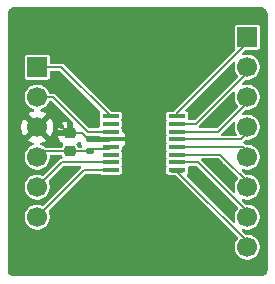
<source format=gtl>
G04 #@! TF.GenerationSoftware,KiCad,Pcbnew,9.0.4*
G04 #@! TF.CreationDate,2025-12-19T23:37:20-05:00*
G04 #@! TF.ProjectId,AD5689RARUZ-RL7_breakboard,41443536-3839-4524-9152-555a2d524c37,rev?*
G04 #@! TF.SameCoordinates,Original*
G04 #@! TF.FileFunction,Copper,L1,Top*
G04 #@! TF.FilePolarity,Positive*
%FSLAX46Y46*%
G04 Gerber Fmt 4.6, Leading zero omitted, Abs format (unit mm)*
G04 Created by KiCad (PCBNEW 9.0.4) date 2025-12-19 23:37:20*
%MOMM*%
%LPD*%
G01*
G04 APERTURE LIST*
G04 Aperture macros list*
%AMRoundRect*
0 Rectangle with rounded corners*
0 $1 Rounding radius*
0 $2 $3 $4 $5 $6 $7 $8 $9 X,Y pos of 4 corners*
0 Add a 4 corners polygon primitive as box body*
4,1,4,$2,$3,$4,$5,$6,$7,$8,$9,$2,$3,0*
0 Add four circle primitives for the rounded corners*
1,1,$1+$1,$2,$3*
1,1,$1+$1,$4,$5*
1,1,$1+$1,$6,$7*
1,1,$1+$1,$8,$9*
0 Add four rect primitives between the rounded corners*
20,1,$1+$1,$2,$3,$4,$5,0*
20,1,$1+$1,$4,$5,$6,$7,0*
20,1,$1+$1,$6,$7,$8,$9,0*
20,1,$1+$1,$8,$9,$2,$3,0*%
G04 Aperture macros list end*
G04 #@! TA.AperFunction,SMDPad,CuDef*
%ADD10RoundRect,0.225000X0.250000X-0.225000X0.250000X0.225000X-0.250000X0.225000X-0.250000X-0.225000X0*%
G04 #@! TD*
G04 #@! TA.AperFunction,ComponentPad*
%ADD11R,1.700000X1.700000*%
G04 #@! TD*
G04 #@! TA.AperFunction,ComponentPad*
%ADD12C,1.700000*%
G04 #@! TD*
G04 #@! TA.AperFunction,SMDPad,CuDef*
%ADD13RoundRect,0.140000X0.170000X-0.140000X0.170000X0.140000X-0.170000X0.140000X-0.170000X-0.140000X0*%
G04 #@! TD*
G04 #@! TA.AperFunction,SMDPad,CuDef*
%ADD14R,1.473200X0.355600*%
G04 #@! TD*
G04 #@! TA.AperFunction,ViaPad*
%ADD15C,0.500000*%
G04 #@! TD*
G04 #@! TA.AperFunction,Conductor*
%ADD16C,0.200000*%
G04 #@! TD*
G04 APERTURE END LIST*
D10*
X138500000Y-74435000D03*
X138500000Y-72885000D03*
D11*
X153530000Y-64770000D03*
D12*
X153530000Y-67310000D03*
X153530000Y-69850000D03*
X153530000Y-72390000D03*
X153530000Y-74930000D03*
X153530000Y-77470000D03*
X153530000Y-80010000D03*
X153530000Y-82550000D03*
D13*
X140250000Y-74385000D03*
X140250000Y-73425000D03*
D11*
X135750000Y-67310000D03*
D12*
X135750000Y-69850000D03*
X135750000Y-72390000D03*
X135750000Y-74930000D03*
X135750000Y-77470000D03*
X135750000Y-80010000D03*
D14*
X141960600Y-71475001D03*
X141960600Y-72124999D03*
X141960600Y-72775001D03*
X141960600Y-73424999D03*
X141960600Y-74074998D03*
X141960600Y-74724999D03*
X141960600Y-75374998D03*
X141960600Y-76024999D03*
X147599400Y-76024999D03*
X147599400Y-75375001D03*
X147599400Y-74724999D03*
X147599400Y-74075001D03*
X147599400Y-73425002D03*
X147599400Y-72775001D03*
X147599400Y-72125002D03*
X147599400Y-71475001D03*
D15*
X151000000Y-71750000D03*
X136000000Y-83000000D03*
X143000000Y-83000000D03*
X143000000Y-64000000D03*
X136000000Y-64000000D03*
X150750000Y-78000000D03*
X151500000Y-76250000D03*
X137799000Y-72263000D03*
X152000000Y-72750000D03*
X150000000Y-83000000D03*
X150000000Y-64000000D03*
X150000000Y-70000000D03*
D16*
X141800599Y-73585000D02*
X140250000Y-73585000D01*
X139550000Y-72885000D02*
X138500000Y-72885000D01*
X135750000Y-72390000D02*
X136140000Y-72390000D01*
X141960600Y-73424999D02*
X141800599Y-73585000D01*
X138750000Y-72885000D02*
X138671000Y-72885000D01*
X138421000Y-72885000D02*
X137799000Y-72263000D01*
X140250000Y-73585000D02*
X139550000Y-72885000D01*
X140250000Y-74225000D02*
X141810598Y-74225000D01*
X136245000Y-74435000D02*
X135750000Y-74930000D01*
X140040000Y-74435000D02*
X140250000Y-74225000D01*
X138750000Y-74435000D02*
X140040000Y-74435000D01*
X138750000Y-74435000D02*
X136245000Y-74435000D01*
X140254997Y-74229997D02*
X140250000Y-74225000D01*
X141810598Y-74225000D02*
X141960600Y-74074998D01*
X137795599Y-67310000D02*
X141960600Y-71475001D01*
X135750000Y-67310000D02*
X137795599Y-67310000D01*
X141960600Y-72775001D02*
X140007101Y-72775001D01*
X140007101Y-72775001D02*
X137082100Y-69850000D01*
X137082100Y-69850000D02*
X135750000Y-69850000D01*
X135750000Y-77470000D02*
X137845002Y-75374998D01*
X137845002Y-75374998D02*
X141960600Y-75374998D01*
X154000000Y-64770000D02*
X147599400Y-71170600D01*
X147599400Y-71170600D02*
X147599400Y-71475001D01*
X154000000Y-82550000D02*
X147599400Y-76149400D01*
X147599400Y-76149400D02*
X147599400Y-76024999D01*
X148019998Y-76179998D02*
X147138800Y-76179998D01*
X149365001Y-75375001D02*
X147599400Y-75375001D01*
X154000000Y-80010000D02*
X149365001Y-75375001D01*
X154000000Y-67310000D02*
X149184998Y-72125002D01*
X149184998Y-72125002D02*
X147599400Y-72125002D01*
X151254999Y-74724999D02*
X147599400Y-74724999D01*
X154000000Y-77470000D02*
X151254999Y-74724999D01*
X135750000Y-80010000D02*
X139735001Y-76024999D01*
X139735001Y-76024999D02*
X141960600Y-76024999D01*
X153690000Y-74230000D02*
X154000000Y-74540000D01*
X153145001Y-74075001D02*
X147599400Y-74075001D01*
X154000000Y-74930000D02*
X153145001Y-74075001D01*
X154000000Y-72390000D02*
X152964998Y-73425002D01*
X152964998Y-73425002D02*
X147599400Y-73425002D01*
X151074999Y-72775001D02*
X147599400Y-72775001D01*
X154000000Y-69850000D02*
X151074999Y-72775001D01*
G04 #@! TA.AperFunction,Conductor*
G36*
X149256207Y-75695186D02*
G01*
X149276849Y-75711820D01*
X152722017Y-79156988D01*
X152755502Y-79218311D01*
X152750518Y-79288003D01*
X152722021Y-79332347D01*
X152714022Y-79340345D01*
X152599058Y-79512402D01*
X152519870Y-79703579D01*
X152519868Y-79703587D01*
X152479500Y-79906530D01*
X152479500Y-80113469D01*
X152521058Y-80322395D01*
X152519276Y-80322749D01*
X152519822Y-80384081D01*
X152482572Y-80443193D01*
X152419277Y-80472782D01*
X152350033Y-80463454D01*
X152312858Y-80437887D01*
X148432594Y-76557623D01*
X148399109Y-76496300D01*
X148404093Y-76426608D01*
X148445965Y-76370675D01*
X148451375Y-76366846D01*
X148480552Y-76347351D01*
X148524867Y-76281030D01*
X148524867Y-76281028D01*
X148524868Y-76281028D01*
X148536499Y-76222551D01*
X148536500Y-76222549D01*
X148536500Y-75827448D01*
X148536499Y-75827446D01*
X148535753Y-75823692D01*
X148535932Y-75821685D01*
X148535903Y-75821386D01*
X148535959Y-75821380D01*
X148541980Y-75754100D01*
X148584843Y-75698923D01*
X148650733Y-75675679D01*
X148657370Y-75675501D01*
X149189168Y-75675501D01*
X149256207Y-75695186D01*
G37*
G04 #@! TD.AperFunction*
G04 #@! TA.AperFunction,Conductor*
G36*
X151146205Y-75045184D02*
G01*
X151166847Y-75061818D01*
X151463681Y-75358652D01*
X151497166Y-75419975D01*
X151500000Y-75446333D01*
X151500000Y-75500000D01*
X151553667Y-75500000D01*
X151620706Y-75519685D01*
X151641348Y-75536319D01*
X152722017Y-76616988D01*
X152755502Y-76678311D01*
X152750518Y-76748003D01*
X152722021Y-76792347D01*
X152714022Y-76800345D01*
X152599058Y-76972402D01*
X152519870Y-77163579D01*
X152519868Y-77163587D01*
X152479500Y-77366530D01*
X152479500Y-77573469D01*
X152521058Y-77782395D01*
X152519276Y-77782749D01*
X152519822Y-77844081D01*
X152482572Y-77903193D01*
X152419277Y-77932782D01*
X152350033Y-77923454D01*
X152312858Y-77897887D01*
X149652151Y-75237180D01*
X149618666Y-75175857D01*
X149623650Y-75106165D01*
X149665522Y-75050232D01*
X149730986Y-75025815D01*
X149739832Y-75025499D01*
X151079166Y-75025499D01*
X151146205Y-75045184D01*
G37*
G04 #@! TD.AperFunction*
G04 #@! TA.AperFunction,Conductor*
G36*
X152413792Y-71931459D02*
G01*
X152443872Y-71933611D01*
X152447975Y-71936682D01*
X152453043Y-71937457D01*
X152475666Y-71957412D01*
X152499806Y-71975483D01*
X152501596Y-71980284D01*
X152505442Y-71983676D01*
X152513684Y-72012691D01*
X152524223Y-72040947D01*
X152523512Y-72047291D01*
X152524534Y-72050887D01*
X152520469Y-72077487D01*
X152521058Y-72077605D01*
X152479500Y-72286530D01*
X152479500Y-72493469D01*
X152519868Y-72696412D01*
X152519870Y-72696420D01*
X152585939Y-72855925D01*
X152599059Y-72887598D01*
X152612836Y-72908217D01*
X152628468Y-72931612D01*
X152649345Y-72998290D01*
X152630860Y-73065670D01*
X152578881Y-73112359D01*
X152525365Y-73124502D01*
X151449831Y-73124502D01*
X151382792Y-73104817D01*
X151337037Y-73052013D01*
X151327093Y-72982855D01*
X151356118Y-72919299D01*
X151362150Y-72912821D01*
X151836789Y-72438182D01*
X152312859Y-71962111D01*
X152317356Y-71959655D01*
X152320166Y-71955368D01*
X152347711Y-71943080D01*
X152374181Y-71928627D01*
X152379292Y-71928992D01*
X152383975Y-71926904D01*
X152413792Y-71931459D01*
G37*
G04 #@! TD.AperFunction*
G04 #@! TA.AperFunction,Conductor*
G36*
X152443873Y-69393610D02*
G01*
X152499806Y-69435482D01*
X152524223Y-69500946D01*
X152520139Y-69537422D01*
X152521058Y-69537605D01*
X152479500Y-69746530D01*
X152479500Y-69953469D01*
X152519868Y-70156412D01*
X152519870Y-70156420D01*
X152599058Y-70347596D01*
X152714024Y-70519657D01*
X152722016Y-70527649D01*
X152755501Y-70588972D01*
X152750517Y-70658664D01*
X152722016Y-70703011D01*
X150986847Y-72438182D01*
X150925524Y-72471667D01*
X150899166Y-72474501D01*
X149559832Y-72474501D01*
X149492793Y-72454816D01*
X149447038Y-72402012D01*
X149437094Y-72332854D01*
X149466119Y-72269298D01*
X149472151Y-72262820D01*
X150160948Y-71574023D01*
X152312860Y-69422109D01*
X152374181Y-69388626D01*
X152443873Y-69393610D01*
G37*
G04 #@! TD.AperFunction*
G04 #@! TA.AperFunction,Conductor*
G36*
X152443873Y-66853611D02*
G01*
X152499806Y-66895483D01*
X152524223Y-66960947D01*
X152520138Y-66997422D01*
X152521058Y-66997605D01*
X152479500Y-67206530D01*
X152479500Y-67413469D01*
X152519868Y-67616412D01*
X152519870Y-67616420D01*
X152599058Y-67807596D01*
X152714024Y-67979657D01*
X152722016Y-67987649D01*
X152755501Y-68048972D01*
X152750517Y-68118664D01*
X152722016Y-68163011D01*
X149096846Y-71788183D01*
X149035523Y-71821668D01*
X149009165Y-71824502D01*
X148657369Y-71824502D01*
X148590330Y-71804817D01*
X148544575Y-71752013D01*
X148534631Y-71682855D01*
X148535753Y-71676306D01*
X148536500Y-71672551D01*
X148536500Y-71277450D01*
X148536499Y-71277448D01*
X148524868Y-71218971D01*
X148524867Y-71218970D01*
X148480552Y-71152648D01*
X148414230Y-71108333D01*
X148368517Y-71099240D01*
X148306606Y-71066855D01*
X148272032Y-71006139D01*
X148275773Y-70936369D01*
X148305026Y-70889944D01*
X152312860Y-66882110D01*
X152374181Y-66848627D01*
X152443873Y-66853611D01*
G37*
G04 #@! TD.AperFunction*
G04 #@! TA.AperFunction,Conductor*
G36*
X136973306Y-70170185D02*
G01*
X136993948Y-70186819D01*
X138713681Y-71906552D01*
X138747166Y-71967875D01*
X138750000Y-71994233D01*
X138750000Y-72761000D01*
X138730315Y-72828039D01*
X138677511Y-72873794D01*
X138626000Y-72885000D01*
X138500000Y-72885000D01*
X138500000Y-73011000D01*
X138480315Y-73078039D01*
X138427511Y-73123794D01*
X138376000Y-73135000D01*
X137525001Y-73135000D01*
X137525001Y-73158322D01*
X137535144Y-73257607D01*
X137588452Y-73418481D01*
X137588457Y-73418492D01*
X137677424Y-73562728D01*
X137677427Y-73562732D01*
X137797266Y-73682571D01*
X137897840Y-73744606D01*
X137944564Y-73796554D01*
X137955787Y-73865517D01*
X137938604Y-73914716D01*
X137930890Y-73927361D01*
X137901472Y-73956780D01*
X137843262Y-74071022D01*
X137840793Y-74075071D01*
X137818304Y-74095501D01*
X137797442Y-74117591D01*
X137792527Y-74118920D01*
X137789078Y-74122054D01*
X137767646Y-74125650D01*
X137734932Y-74134500D01*
X136487916Y-74134500D01*
X136420877Y-74114815D01*
X136419026Y-74113602D01*
X136247600Y-73999059D01*
X136099769Y-73937826D01*
X136082890Y-73930834D01*
X136028488Y-73886994D01*
X136006423Y-73820700D01*
X136023702Y-73753001D01*
X136074839Y-73705390D01*
X136092026Y-73698343D01*
X136268217Y-73641095D01*
X136457554Y-73544622D01*
X136511716Y-73505270D01*
X136511717Y-73505270D01*
X135879408Y-72872962D01*
X135942993Y-72855925D01*
X136057007Y-72790099D01*
X136150099Y-72697007D01*
X136215925Y-72582993D01*
X136232962Y-72519408D01*
X136865270Y-73151717D01*
X136865270Y-73151716D01*
X136904622Y-73097554D01*
X137001095Y-72908217D01*
X137066757Y-72706130D01*
X137066757Y-72706127D01*
X137081718Y-72611677D01*
X137525000Y-72611677D01*
X137525000Y-72635000D01*
X138250000Y-72635000D01*
X138250000Y-71935000D01*
X138249999Y-71934999D01*
X138201693Y-71935000D01*
X138201675Y-71935001D01*
X138102392Y-71945144D01*
X137941518Y-71998452D01*
X137941507Y-71998457D01*
X137797271Y-72087424D01*
X137797267Y-72087427D01*
X137677427Y-72207267D01*
X137677424Y-72207271D01*
X137588457Y-72351507D01*
X137588452Y-72351518D01*
X137535144Y-72512393D01*
X137525000Y-72611677D01*
X137081718Y-72611677D01*
X137085289Y-72589130D01*
X137085289Y-72589129D01*
X137100000Y-72496247D01*
X137100000Y-72283753D01*
X137066757Y-72073872D01*
X137066757Y-72073869D01*
X137001095Y-71871782D01*
X136904624Y-71682449D01*
X136865270Y-71628282D01*
X136865269Y-71628282D01*
X136232962Y-72260590D01*
X136215925Y-72197007D01*
X136150099Y-72082993D01*
X136057007Y-71989901D01*
X135942993Y-71924075D01*
X135879409Y-71907037D01*
X136511716Y-71274728D01*
X136457550Y-71235375D01*
X136268216Y-71138904D01*
X136092026Y-71081656D01*
X136034350Y-71042218D01*
X136007152Y-70977860D01*
X136019067Y-70909013D01*
X136066311Y-70857538D01*
X136082882Y-70849168D01*
X136247598Y-70780941D01*
X136419655Y-70665977D01*
X136565977Y-70519655D01*
X136680941Y-70347598D01*
X136730875Y-70227046D01*
X136743418Y-70211481D01*
X136751723Y-70193297D01*
X136764893Y-70184832D01*
X136774716Y-70172644D01*
X136793683Y-70166331D01*
X136810501Y-70155523D01*
X136838061Y-70151560D01*
X136841010Y-70150579D01*
X136845436Y-70150500D01*
X136906267Y-70150500D01*
X136973306Y-70170185D01*
G37*
G04 #@! TD.AperFunction*
G04 #@! TA.AperFunction,Conductor*
G36*
X154756922Y-62251280D02*
G01*
X154847266Y-62261459D01*
X154874331Y-62267636D01*
X154953540Y-62295352D01*
X154978553Y-62307398D01*
X155049606Y-62352043D01*
X155071313Y-62369355D01*
X155130644Y-62428686D01*
X155147957Y-62450395D01*
X155192600Y-62521444D01*
X155204648Y-62546462D01*
X155232362Y-62625666D01*
X155238540Y-62652735D01*
X155248720Y-62743076D01*
X155249500Y-62756961D01*
X155249500Y-84493038D01*
X155248720Y-84506922D01*
X155248720Y-84506923D01*
X155238540Y-84597264D01*
X155232362Y-84624333D01*
X155204648Y-84703537D01*
X155192600Y-84728555D01*
X155147957Y-84799604D01*
X155130644Y-84821313D01*
X155071313Y-84880644D01*
X155049604Y-84897957D01*
X154978555Y-84942600D01*
X154953537Y-84954648D01*
X154874333Y-84982362D01*
X154847264Y-84988540D01*
X154767075Y-84997576D01*
X154756921Y-84998720D01*
X154743038Y-84999500D01*
X133756962Y-84999500D01*
X133743078Y-84998720D01*
X133730553Y-84997308D01*
X133652735Y-84988540D01*
X133625666Y-84982362D01*
X133546462Y-84954648D01*
X133521444Y-84942600D01*
X133450395Y-84897957D01*
X133428686Y-84880644D01*
X133369355Y-84821313D01*
X133352042Y-84799604D01*
X133307399Y-84728555D01*
X133295351Y-84703537D01*
X133267637Y-84624333D01*
X133261459Y-84597263D01*
X133251280Y-84506922D01*
X133250500Y-84493038D01*
X133250500Y-72283753D01*
X134400000Y-72283753D01*
X134400000Y-72496246D01*
X134433242Y-72706127D01*
X134433242Y-72706130D01*
X134498904Y-72908217D01*
X134595375Y-73097550D01*
X134634728Y-73151716D01*
X135267037Y-72519408D01*
X135284075Y-72582993D01*
X135349901Y-72697007D01*
X135442993Y-72790099D01*
X135557007Y-72855925D01*
X135620590Y-72872962D01*
X134988282Y-73505269D01*
X134988282Y-73505270D01*
X135042449Y-73544624D01*
X135231782Y-73641095D01*
X135407973Y-73698343D01*
X135465648Y-73737780D01*
X135492847Y-73802139D01*
X135480932Y-73870985D01*
X135433688Y-73922461D01*
X135417108Y-73930835D01*
X135252403Y-73999057D01*
X135080342Y-74114024D01*
X134934024Y-74260342D01*
X134819058Y-74432403D01*
X134739870Y-74623579D01*
X134739868Y-74623587D01*
X134699500Y-74826530D01*
X134699500Y-75033469D01*
X134739868Y-75236412D01*
X134739870Y-75236420D01*
X134819059Y-75427598D01*
X134867436Y-75500000D01*
X134934024Y-75599657D01*
X135080342Y-75745975D01*
X135080345Y-75745977D01*
X135252402Y-75860941D01*
X135443580Y-75940130D01*
X135646530Y-75980499D01*
X135646534Y-75980500D01*
X135646535Y-75980500D01*
X135853466Y-75980500D01*
X135853467Y-75980499D01*
X136056420Y-75940130D01*
X136247598Y-75860941D01*
X136419655Y-75745977D01*
X136565977Y-75599655D01*
X136680941Y-75427598D01*
X136760130Y-75236420D01*
X136800500Y-75033465D01*
X136800500Y-74859500D01*
X136820185Y-74792461D01*
X136872989Y-74746706D01*
X136924500Y-74735500D01*
X137734932Y-74735500D01*
X137749534Y-74739787D01*
X137764739Y-74739136D01*
X137782377Y-74749431D01*
X137801971Y-74755185D01*
X137812867Y-74767229D01*
X137825081Y-74774358D01*
X137845415Y-74803202D01*
X137892789Y-74896178D01*
X137905685Y-74964847D01*
X137879409Y-75029588D01*
X137822302Y-75069845D01*
X137813179Y-75071982D01*
X137813290Y-75072395D01*
X137805441Y-75074498D01*
X137805440Y-75074498D01*
X137774958Y-75082665D01*
X137729011Y-75094977D01*
X137729010Y-75094978D01*
X137704804Y-75108954D01*
X137695179Y-75114511D01*
X137687463Y-75118966D01*
X137660491Y-75134537D01*
X137660489Y-75134539D01*
X136312104Y-76482923D01*
X136250781Y-76516408D01*
X136181089Y-76511424D01*
X136176971Y-76509803D01*
X136056424Y-76459871D01*
X136056412Y-76459868D01*
X135853469Y-76419500D01*
X135853465Y-76419500D01*
X135646535Y-76419500D01*
X135646530Y-76419500D01*
X135443587Y-76459868D01*
X135443579Y-76459870D01*
X135252403Y-76539058D01*
X135080342Y-76654024D01*
X134934024Y-76800342D01*
X134819058Y-76972403D01*
X134739870Y-77163579D01*
X134739868Y-77163587D01*
X134699500Y-77366530D01*
X134699500Y-77573469D01*
X134739868Y-77776412D01*
X134739870Y-77776420D01*
X134819058Y-77967596D01*
X134934024Y-78139657D01*
X135080342Y-78285975D01*
X135080345Y-78285977D01*
X135252402Y-78400941D01*
X135443580Y-78480130D01*
X135646530Y-78520499D01*
X135646534Y-78520500D01*
X135646535Y-78520500D01*
X135853466Y-78520500D01*
X135853467Y-78520499D01*
X136056420Y-78480130D01*
X136247598Y-78400941D01*
X136419655Y-78285977D01*
X136565977Y-78139655D01*
X136680941Y-77967598D01*
X136760130Y-77776420D01*
X136800500Y-77573465D01*
X136800500Y-77366535D01*
X136760130Y-77163580D01*
X136710194Y-77043026D01*
X136702726Y-76973559D01*
X136734001Y-76911080D01*
X136737046Y-76907923D01*
X137933154Y-75711817D01*
X137994477Y-75678332D01*
X138020835Y-75675498D01*
X139360169Y-75675498D01*
X139427208Y-75695183D01*
X139472963Y-75747987D01*
X139482907Y-75817145D01*
X139453882Y-75880701D01*
X139447850Y-75887179D01*
X136312104Y-79022923D01*
X136250781Y-79056408D01*
X136181089Y-79051424D01*
X136176971Y-79049803D01*
X136056424Y-78999871D01*
X136056412Y-78999868D01*
X135853469Y-78959500D01*
X135853465Y-78959500D01*
X135646535Y-78959500D01*
X135646530Y-78959500D01*
X135443587Y-78999868D01*
X135443579Y-78999870D01*
X135252403Y-79079058D01*
X135080342Y-79194024D01*
X134934024Y-79340342D01*
X134819058Y-79512403D01*
X134739870Y-79703579D01*
X134739868Y-79703587D01*
X134699500Y-79906530D01*
X134699500Y-80113469D01*
X134739868Y-80316412D01*
X134739870Y-80316420D01*
X134819058Y-80507596D01*
X134934024Y-80679657D01*
X135080342Y-80825975D01*
X135080345Y-80825977D01*
X135252402Y-80940941D01*
X135443580Y-81020130D01*
X135646530Y-81060499D01*
X135646534Y-81060500D01*
X135646535Y-81060500D01*
X135853466Y-81060500D01*
X135853467Y-81060499D01*
X136056420Y-81020130D01*
X136247598Y-80940941D01*
X136419655Y-80825977D01*
X136565977Y-80679655D01*
X136680941Y-80507598D01*
X136760130Y-80316420D01*
X136800500Y-80113465D01*
X136800500Y-79906535D01*
X136760130Y-79703580D01*
X136710194Y-79583026D01*
X136702726Y-79513559D01*
X136734001Y-79451080D01*
X136737047Y-79447922D01*
X139823153Y-76361818D01*
X139884476Y-76328333D01*
X139910834Y-76325499D01*
X141009129Y-76325499D01*
X141076168Y-76345184D01*
X141078021Y-76346397D01*
X141079447Y-76347350D01*
X141079448Y-76347351D01*
X141145769Y-76391666D01*
X141145771Y-76391666D01*
X141145772Y-76391667D01*
X141145770Y-76391667D01*
X141204247Y-76403298D01*
X141204250Y-76403299D01*
X141204252Y-76403299D01*
X142716950Y-76403299D01*
X142716951Y-76403298D01*
X142734463Y-76399815D01*
X142775429Y-76391667D01*
X142775429Y-76391666D01*
X142775431Y-76391666D01*
X142841752Y-76347351D01*
X142886067Y-76281030D01*
X142886067Y-76281028D01*
X142886068Y-76281028D01*
X142897699Y-76222551D01*
X142897700Y-76222549D01*
X142897700Y-75827448D01*
X142897699Y-75827446D01*
X142886068Y-75768970D01*
X142886016Y-75768892D01*
X142885954Y-75768695D01*
X142881394Y-75757686D01*
X142882378Y-75757277D01*
X142865136Y-75702216D01*
X142881549Y-75642375D01*
X142881394Y-75642311D01*
X142881907Y-75641071D01*
X142883618Y-75634835D01*
X142885988Y-75631147D01*
X142886067Y-75631029D01*
X142897700Y-75572546D01*
X142897700Y-75177450D01*
X142897700Y-75177448D01*
X142897700Y-75177447D01*
X142897699Y-75177445D01*
X142886068Y-75118968D01*
X142886067Y-75118966D01*
X142886016Y-75118890D01*
X142885955Y-75118697D01*
X142881394Y-75107685D01*
X142882379Y-75107276D01*
X142865137Y-75052213D01*
X142881551Y-74992377D01*
X142881394Y-74992312D01*
X142881913Y-74991058D01*
X142883621Y-74984833D01*
X142886005Y-74981122D01*
X142886067Y-74981030D01*
X142897700Y-74922547D01*
X142897700Y-74527451D01*
X142897700Y-74527448D01*
X142897699Y-74527446D01*
X142886068Y-74468970D01*
X142886016Y-74468892D01*
X142885954Y-74468695D01*
X142881394Y-74457686D01*
X142882378Y-74457277D01*
X142865136Y-74402216D01*
X142881549Y-74342375D01*
X142881394Y-74342311D01*
X142881907Y-74341071D01*
X142883618Y-74334835D01*
X142885988Y-74331147D01*
X142886067Y-74331029D01*
X142897700Y-74272546D01*
X142897700Y-74139355D01*
X142917385Y-74072316D01*
X142947389Y-74040089D01*
X143054387Y-73959989D01*
X143054390Y-73959986D01*
X143140550Y-73844892D01*
X143140554Y-73844885D01*
X143190796Y-73710178D01*
X143190798Y-73710171D01*
X143197199Y-73650643D01*
X143197200Y-73650626D01*
X143197200Y-73602799D01*
X141190000Y-73602799D01*
X141154118Y-73638681D01*
X141092795Y-73672166D01*
X141066437Y-73675000D01*
X140374000Y-73675000D01*
X140306961Y-73655315D01*
X140261206Y-73602511D01*
X140250000Y-73551000D01*
X140250000Y-73299000D01*
X140269685Y-73231961D01*
X140322489Y-73186206D01*
X140374000Y-73175000D01*
X141066439Y-73175000D01*
X141133478Y-73194685D01*
X141154120Y-73211319D01*
X141190000Y-73247199D01*
X143197200Y-73247199D01*
X143197200Y-73199371D01*
X143197199Y-73199354D01*
X143190798Y-73139826D01*
X143190796Y-73139819D01*
X143140554Y-73005112D01*
X143140550Y-73005105D01*
X143054390Y-72890011D01*
X142947388Y-72809908D01*
X142905518Y-72753974D01*
X142897700Y-72710642D01*
X142897700Y-72577450D01*
X142897699Y-72577448D01*
X142886068Y-72518972D01*
X142886016Y-72518894D01*
X142885954Y-72518697D01*
X142881394Y-72507688D01*
X142882378Y-72507279D01*
X142865136Y-72452218D01*
X142881549Y-72392376D01*
X142881394Y-72392312D01*
X142881908Y-72391070D01*
X142883618Y-72384837D01*
X142886016Y-72381106D01*
X142886067Y-72381030D01*
X142891940Y-72351507D01*
X142895650Y-72332854D01*
X142897700Y-72322547D01*
X142897700Y-71927451D01*
X142897700Y-71927449D01*
X142897700Y-71927448D01*
X142897699Y-71927446D01*
X142886068Y-71868970D01*
X142886067Y-71868968D01*
X142886018Y-71868895D01*
X142885960Y-71868709D01*
X142881394Y-71857686D01*
X142882379Y-71857277D01*
X142865137Y-71802221D01*
X142881550Y-71742378D01*
X142881394Y-71742314D01*
X142881908Y-71741072D01*
X142883618Y-71734839D01*
X142886015Y-71731110D01*
X142886067Y-71731032D01*
X142888194Y-71720342D01*
X142897699Y-71672553D01*
X142897700Y-71672551D01*
X142897700Y-71277450D01*
X142897699Y-71277448D01*
X146662300Y-71277448D01*
X146662300Y-71672553D01*
X146673931Y-71731030D01*
X146673932Y-71731032D01*
X146673984Y-71731109D01*
X146674044Y-71731301D01*
X146678606Y-71742314D01*
X146677620Y-71742722D01*
X146694863Y-71797786D01*
X146678448Y-71857623D01*
X146678606Y-71857689D01*
X146678085Y-71858946D01*
X146676379Y-71865166D01*
X146673987Y-71868888D01*
X146673934Y-71868966D01*
X146673931Y-71868972D01*
X146662300Y-71927449D01*
X146662300Y-72322554D01*
X146673931Y-72381031D01*
X146673985Y-72381111D01*
X146674047Y-72381309D01*
X146678606Y-72392315D01*
X146677620Y-72392723D01*
X146694862Y-72447789D01*
X146678447Y-72507622D01*
X146678606Y-72507688D01*
X146678082Y-72508950D01*
X146676377Y-72515169D01*
X146673988Y-72518886D01*
X146673933Y-72518967D01*
X146673931Y-72518971D01*
X146662300Y-72577448D01*
X146662300Y-72972553D01*
X146673931Y-73031030D01*
X146673932Y-73031032D01*
X146673984Y-73031109D01*
X146674044Y-73031301D01*
X146678606Y-73042314D01*
X146677620Y-73042722D01*
X146694863Y-73097786D01*
X146678448Y-73157623D01*
X146678606Y-73157689D01*
X146678085Y-73158946D01*
X146676379Y-73165166D01*
X146673987Y-73168888D01*
X146673934Y-73168966D01*
X146673931Y-73168972D01*
X146662300Y-73227449D01*
X146662300Y-73622554D01*
X146673931Y-73681031D01*
X146673985Y-73681111D01*
X146674047Y-73681309D01*
X146678606Y-73692315D01*
X146677620Y-73692723D01*
X146694862Y-73747789D01*
X146678447Y-73807622D01*
X146678606Y-73807688D01*
X146678082Y-73808950D01*
X146676377Y-73815169D01*
X146673988Y-73818886D01*
X146673933Y-73818967D01*
X146673931Y-73818971D01*
X146662300Y-73877448D01*
X146662300Y-74272553D01*
X146673931Y-74331030D01*
X146673985Y-74331110D01*
X146674047Y-74331308D01*
X146678606Y-74342314D01*
X146677620Y-74342722D01*
X146694862Y-74397788D01*
X146678447Y-74457620D01*
X146678606Y-74457686D01*
X146678083Y-74458946D01*
X146676377Y-74465168D01*
X146673985Y-74468890D01*
X146673932Y-74468969D01*
X146673931Y-74468969D01*
X146662300Y-74527446D01*
X146662300Y-74922551D01*
X146673931Y-74981028D01*
X146673934Y-74981034D01*
X146673987Y-74981113D01*
X146674048Y-74981310D01*
X146678606Y-74992312D01*
X146677621Y-74992720D01*
X146694863Y-75047791D01*
X146678446Y-75107622D01*
X146678606Y-75107688D01*
X146678081Y-75108954D01*
X146676376Y-75115170D01*
X146673987Y-75118887D01*
X146673934Y-75118965D01*
X146673931Y-75118971D01*
X146662300Y-75177448D01*
X146662300Y-75572553D01*
X146673931Y-75631030D01*
X146673985Y-75631110D01*
X146674047Y-75631308D01*
X146678606Y-75642314D01*
X146677620Y-75642722D01*
X146694862Y-75697788D01*
X146678447Y-75757620D01*
X146678606Y-75757686D01*
X146678083Y-75758946D01*
X146676377Y-75765168D01*
X146673985Y-75768890D01*
X146673932Y-75768969D01*
X146673931Y-75768969D01*
X146662300Y-75827446D01*
X146662300Y-76222551D01*
X146673931Y-76281028D01*
X146673932Y-76281029D01*
X146718247Y-76347351D01*
X146784569Y-76391666D01*
X146784570Y-76391667D01*
X146843047Y-76403298D01*
X146843050Y-76403299D01*
X146843052Y-76403299D01*
X146891343Y-76403299D01*
X146953343Y-76419912D01*
X146954289Y-76420458D01*
X147022811Y-76460019D01*
X147099238Y-76480498D01*
X147454165Y-76480498D01*
X147521204Y-76500183D01*
X147541846Y-76516817D01*
X152722017Y-81696988D01*
X152755502Y-81758311D01*
X152750518Y-81828003D01*
X152722021Y-81872347D01*
X152714022Y-81880345D01*
X152599058Y-82052402D01*
X152519870Y-82243579D01*
X152519868Y-82243587D01*
X152479500Y-82446530D01*
X152479500Y-82653469D01*
X152519868Y-82856412D01*
X152519870Y-82856420D01*
X152599058Y-83047596D01*
X152714024Y-83219657D01*
X152860342Y-83365975D01*
X152860345Y-83365977D01*
X153032402Y-83480941D01*
X153223580Y-83560130D01*
X153426530Y-83600499D01*
X153426534Y-83600500D01*
X153426535Y-83600500D01*
X153633466Y-83600500D01*
X153633467Y-83600499D01*
X153836420Y-83560130D01*
X154027598Y-83480941D01*
X154199655Y-83365977D01*
X154345977Y-83219655D01*
X154460941Y-83047598D01*
X154540130Y-82856420D01*
X154580500Y-82653465D01*
X154580500Y-82446535D01*
X154540130Y-82243580D01*
X154460941Y-82052402D01*
X154345977Y-81880345D01*
X154345975Y-81880342D01*
X154199657Y-81734024D01*
X154113626Y-81676541D01*
X154027598Y-81619059D01*
X153836420Y-81539870D01*
X153836412Y-81539868D01*
X153633469Y-81499500D01*
X153633465Y-81499500D01*
X153426535Y-81499500D01*
X153425833Y-81499500D01*
X153358794Y-81479815D01*
X153338152Y-81463181D01*
X153102112Y-81227141D01*
X153068627Y-81165818D01*
X153073611Y-81096126D01*
X153115483Y-81040193D01*
X153180947Y-81015776D01*
X153217421Y-81019865D01*
X153217605Y-81018942D01*
X153426530Y-81060499D01*
X153426534Y-81060500D01*
X153426535Y-81060500D01*
X153633466Y-81060500D01*
X153633467Y-81060499D01*
X153836420Y-81020130D01*
X154027598Y-80940941D01*
X154199655Y-80825977D01*
X154345977Y-80679655D01*
X154460941Y-80507598D01*
X154540130Y-80316420D01*
X154580500Y-80113465D01*
X154580500Y-79906535D01*
X154540130Y-79703580D01*
X154460941Y-79512402D01*
X154345977Y-79340345D01*
X154345975Y-79340342D01*
X154199657Y-79194024D01*
X154032616Y-79082412D01*
X154027598Y-79079059D01*
X153836420Y-78999870D01*
X153836412Y-78999868D01*
X153633469Y-78959500D01*
X153633465Y-78959500D01*
X153426535Y-78959500D01*
X153425833Y-78959500D01*
X153358794Y-78939815D01*
X153338152Y-78923181D01*
X153102112Y-78687141D01*
X153068627Y-78625818D01*
X153073611Y-78556126D01*
X153115483Y-78500193D01*
X153180947Y-78475776D01*
X153217421Y-78479865D01*
X153217605Y-78478942D01*
X153426530Y-78520499D01*
X153426534Y-78520500D01*
X153426535Y-78520500D01*
X153633466Y-78520500D01*
X153633467Y-78520499D01*
X153836420Y-78480130D01*
X154027598Y-78400941D01*
X154199655Y-78285977D01*
X154345977Y-78139655D01*
X154460941Y-77967598D01*
X154540130Y-77776420D01*
X154580500Y-77573465D01*
X154580500Y-77366535D01*
X154540130Y-77163580D01*
X154460941Y-76972402D01*
X154345977Y-76800345D01*
X154345975Y-76800342D01*
X154199657Y-76654024D01*
X154032616Y-76542412D01*
X154027598Y-76539059D01*
X153973901Y-76516817D01*
X153836420Y-76459870D01*
X153836412Y-76459868D01*
X153633469Y-76419500D01*
X153633465Y-76419500D01*
X153426535Y-76419500D01*
X153425833Y-76419500D01*
X153358794Y-76399815D01*
X153338152Y-76383181D01*
X153102112Y-76147141D01*
X153068627Y-76085818D01*
X153073611Y-76016126D01*
X153115483Y-75960193D01*
X153180947Y-75935776D01*
X153217421Y-75939865D01*
X153217605Y-75938942D01*
X153426530Y-75980499D01*
X153426534Y-75980500D01*
X153426535Y-75980500D01*
X153633466Y-75980500D01*
X153633467Y-75980499D01*
X153836420Y-75940130D01*
X154027598Y-75860941D01*
X154199655Y-75745977D01*
X154345977Y-75599655D01*
X154460941Y-75427598D01*
X154540130Y-75236420D01*
X154580500Y-75033465D01*
X154580500Y-74826535D01*
X154540130Y-74623580D01*
X154460941Y-74432402D01*
X154345977Y-74260345D01*
X154345975Y-74260342D01*
X154199657Y-74114024D01*
X154089004Y-74040089D01*
X154027598Y-73999059D01*
X154027593Y-73999057D01*
X153836420Y-73919870D01*
X153836412Y-73919868D01*
X153633469Y-73879500D01*
X153633465Y-73879500D01*
X153426535Y-73879500D01*
X153425833Y-73879500D01*
X153358872Y-73859866D01*
X153347613Y-73852642D01*
X153329512Y-73834541D01*
X153302537Y-73818967D01*
X153260990Y-73794980D01*
X153255410Y-73793484D01*
X153242521Y-73785215D01*
X153226569Y-73766833D01*
X153207622Y-73751563D01*
X153204080Y-73740919D01*
X153196726Y-73732445D01*
X153193244Y-73708355D01*
X153185561Y-73685267D01*
X153188335Y-73674397D01*
X153186731Y-73663294D01*
X153196824Y-73641149D01*
X153202844Y-73617569D01*
X153214282Y-73602845D01*
X153215708Y-73599717D01*
X153217717Y-73598423D01*
X153221790Y-73593180D01*
X153338153Y-73476816D01*
X153399474Y-73443334D01*
X153425832Y-73440500D01*
X153633466Y-73440500D01*
X153633467Y-73440499D01*
X153836420Y-73400130D01*
X154027598Y-73320941D01*
X154199655Y-73205977D01*
X154345977Y-73059655D01*
X154460941Y-72887598D01*
X154540130Y-72696420D01*
X154580500Y-72493465D01*
X154580500Y-72286535D01*
X154540130Y-72083580D01*
X154460941Y-71892402D01*
X154345977Y-71720345D01*
X154345975Y-71720342D01*
X154199657Y-71574024D01*
X154113626Y-71516541D01*
X154027598Y-71459059D01*
X153836420Y-71379870D01*
X153836412Y-71379868D01*
X153633469Y-71339500D01*
X153633465Y-71339500D01*
X153426535Y-71339500D01*
X153426530Y-71339500D01*
X153217605Y-71381058D01*
X153217251Y-71379280D01*
X153155899Y-71379817D01*
X153096793Y-71342558D01*
X153067213Y-71279258D01*
X153076552Y-71210016D01*
X153102108Y-71172861D01*
X153338151Y-70936818D01*
X153399474Y-70903334D01*
X153425832Y-70900500D01*
X153633466Y-70900500D01*
X153633467Y-70900499D01*
X153836420Y-70860130D01*
X154027598Y-70780941D01*
X154199655Y-70665977D01*
X154345977Y-70519655D01*
X154460941Y-70347598D01*
X154540130Y-70156420D01*
X154580500Y-69953465D01*
X154580500Y-69746535D01*
X154540130Y-69543580D01*
X154460941Y-69352402D01*
X154345977Y-69180345D01*
X154345975Y-69180342D01*
X154199657Y-69034024D01*
X154113626Y-68976541D01*
X154027598Y-68919059D01*
X153836420Y-68839870D01*
X153836412Y-68839868D01*
X153633469Y-68799500D01*
X153633465Y-68799500D01*
X153426535Y-68799500D01*
X153426530Y-68799500D01*
X153217605Y-68841058D01*
X153217251Y-68839280D01*
X153155899Y-68839817D01*
X153096793Y-68802558D01*
X153067213Y-68739258D01*
X153076552Y-68670016D01*
X153102108Y-68632861D01*
X153338151Y-68396818D01*
X153399474Y-68363334D01*
X153425832Y-68360500D01*
X153633466Y-68360500D01*
X153633467Y-68360499D01*
X153836420Y-68320130D01*
X154027598Y-68240941D01*
X154199655Y-68125977D01*
X154345977Y-67979655D01*
X154460941Y-67807598D01*
X154540130Y-67616420D01*
X154580500Y-67413465D01*
X154580500Y-67206535D01*
X154540130Y-67003580D01*
X154460941Y-66812402D01*
X154345977Y-66640345D01*
X154345975Y-66640342D01*
X154199657Y-66494024D01*
X154031655Y-66381770D01*
X154027598Y-66379059D01*
X153836420Y-66299870D01*
X153836412Y-66299868D01*
X153633469Y-66259500D01*
X153633465Y-66259500D01*
X153426535Y-66259500D01*
X153426530Y-66259500D01*
X153217605Y-66301058D01*
X153217250Y-66299278D01*
X153155909Y-66299820D01*
X153096800Y-66262565D01*
X153067216Y-66199268D01*
X153076549Y-66130024D01*
X153102109Y-66092861D01*
X153338152Y-65856819D01*
X153399475Y-65823334D01*
X153425833Y-65820500D01*
X154399750Y-65820500D01*
X154399751Y-65820499D01*
X154414568Y-65817552D01*
X154458229Y-65808868D01*
X154458229Y-65808867D01*
X154458231Y-65808867D01*
X154524552Y-65764552D01*
X154568867Y-65698231D01*
X154568867Y-65698229D01*
X154568868Y-65698229D01*
X154580499Y-65639752D01*
X154580500Y-65639750D01*
X154580500Y-63900249D01*
X154580499Y-63900247D01*
X154568868Y-63841770D01*
X154568867Y-63841769D01*
X154524552Y-63775447D01*
X154458230Y-63731132D01*
X154458229Y-63731131D01*
X154399752Y-63719500D01*
X154399748Y-63719500D01*
X152660252Y-63719500D01*
X152660247Y-63719500D01*
X152601770Y-63731131D01*
X152601769Y-63731132D01*
X152535447Y-63775447D01*
X152491132Y-63841769D01*
X152491131Y-63841770D01*
X152479500Y-63900247D01*
X152479500Y-65639752D01*
X152491131Y-65698229D01*
X152491133Y-65698232D01*
X152496947Y-65706934D01*
X152517823Y-65773613D01*
X152499336Y-65840992D01*
X152481524Y-65863503D01*
X147419842Y-70925186D01*
X147419838Y-70925190D01*
X147414889Y-70930140D01*
X147358940Y-70986089D01*
X147326249Y-71042710D01*
X147320486Y-71049948D01*
X147299168Y-71064931D01*
X147280308Y-71082916D01*
X147270039Y-71085407D01*
X147263325Y-71090127D01*
X147247955Y-71090764D01*
X147223487Y-71096701D01*
X146843047Y-71096701D01*
X146784570Y-71108332D01*
X146784569Y-71108333D01*
X146718247Y-71152648D01*
X146673932Y-71218970D01*
X146673931Y-71218971D01*
X146662300Y-71277448D01*
X142897699Y-71277448D01*
X142886068Y-71218971D01*
X142886067Y-71218970D01*
X142841752Y-71152648D01*
X142775430Y-71108333D01*
X142775429Y-71108332D01*
X142716952Y-71096701D01*
X142716948Y-71096701D01*
X142058633Y-71096701D01*
X141991594Y-71077016D01*
X141970952Y-71060382D01*
X137980111Y-67069541D01*
X137980103Y-67069535D01*
X137911594Y-67029982D01*
X137911589Y-67029979D01*
X137886112Y-67023152D01*
X137835161Y-67009500D01*
X137835159Y-67009500D01*
X136924500Y-67009500D01*
X136857461Y-66989815D01*
X136811706Y-66937011D01*
X136800500Y-66885500D01*
X136800500Y-66440249D01*
X136800499Y-66440247D01*
X136788868Y-66381770D01*
X136788867Y-66381769D01*
X136744552Y-66315447D01*
X136678230Y-66271132D01*
X136678229Y-66271131D01*
X136619752Y-66259500D01*
X136619748Y-66259500D01*
X134880252Y-66259500D01*
X134880247Y-66259500D01*
X134821770Y-66271131D01*
X134821769Y-66271132D01*
X134755447Y-66315447D01*
X134711132Y-66381769D01*
X134711131Y-66381770D01*
X134699500Y-66440247D01*
X134699500Y-68179752D01*
X134711131Y-68238229D01*
X134711132Y-68238230D01*
X134755447Y-68304552D01*
X134821769Y-68348867D01*
X134821770Y-68348868D01*
X134880247Y-68360499D01*
X134880250Y-68360500D01*
X134880252Y-68360500D01*
X136619750Y-68360500D01*
X136619751Y-68360499D01*
X136634568Y-68357552D01*
X136678229Y-68348868D01*
X136678229Y-68348867D01*
X136678231Y-68348867D01*
X136744552Y-68304552D01*
X136788867Y-68238231D01*
X136788867Y-68238229D01*
X136788868Y-68238229D01*
X136800499Y-68179752D01*
X136800500Y-68179750D01*
X136800500Y-67734500D01*
X136820185Y-67667461D01*
X136872989Y-67621706D01*
X136924500Y-67610500D01*
X137619766Y-67610500D01*
X137686805Y-67630185D01*
X137707447Y-67646819D01*
X141061093Y-71000465D01*
X141094578Y-71061788D01*
X141089594Y-71131480D01*
X141076515Y-71157036D01*
X141035132Y-71218971D01*
X141035131Y-71218971D01*
X141023500Y-71277448D01*
X141023500Y-71672553D01*
X141035131Y-71731030D01*
X141035185Y-71731110D01*
X141035247Y-71731308D01*
X141039806Y-71742314D01*
X141038820Y-71742722D01*
X141056062Y-71797788D01*
X141039647Y-71857620D01*
X141039806Y-71857686D01*
X141039283Y-71858946D01*
X141037577Y-71865168D01*
X141035185Y-71868890D01*
X141035132Y-71868969D01*
X141035131Y-71868969D01*
X141023500Y-71927446D01*
X141023500Y-72322547D01*
X141024248Y-72326308D01*
X141024068Y-72328318D01*
X141024097Y-72328612D01*
X141024041Y-72328617D01*
X141018022Y-72395899D01*
X140975160Y-72451077D01*
X140909270Y-72474323D01*
X140902631Y-72474501D01*
X140182934Y-72474501D01*
X140115895Y-72454816D01*
X140095253Y-72438182D01*
X137266612Y-69609541D01*
X137266604Y-69609535D01*
X137198095Y-69569982D01*
X137198090Y-69569979D01*
X137172613Y-69563152D01*
X137121662Y-69549500D01*
X137121660Y-69549500D01*
X136845436Y-69549500D01*
X136778397Y-69529815D01*
X136732642Y-69477011D01*
X136730875Y-69472953D01*
X136715354Y-69435482D01*
X136680941Y-69352402D01*
X136565977Y-69180345D01*
X136565975Y-69180342D01*
X136419657Y-69034024D01*
X136333626Y-68976541D01*
X136247598Y-68919059D01*
X136056420Y-68839870D01*
X136056412Y-68839868D01*
X135853469Y-68799500D01*
X135853465Y-68799500D01*
X135646535Y-68799500D01*
X135646530Y-68799500D01*
X135443587Y-68839868D01*
X135443579Y-68839870D01*
X135252403Y-68919058D01*
X135080342Y-69034024D01*
X134934024Y-69180342D01*
X134819058Y-69352403D01*
X134739870Y-69543579D01*
X134739868Y-69543587D01*
X134699500Y-69746530D01*
X134699500Y-69953469D01*
X134739868Y-70156412D01*
X134739870Y-70156420D01*
X134819058Y-70347596D01*
X134934024Y-70519657D01*
X135080342Y-70665975D01*
X135252405Y-70780943D01*
X135355043Y-70823456D01*
X135417108Y-70849164D01*
X135471511Y-70893005D01*
X135493576Y-70959299D01*
X135476297Y-71026998D01*
X135425160Y-71074609D01*
X135407974Y-71081656D01*
X135231781Y-71138905D01*
X135042439Y-71235380D01*
X134988282Y-71274727D01*
X134988282Y-71274728D01*
X135620591Y-71907037D01*
X135557007Y-71924075D01*
X135442993Y-71989901D01*
X135349901Y-72082993D01*
X135284075Y-72197007D01*
X135267037Y-72260591D01*
X134634728Y-71628282D01*
X134634727Y-71628282D01*
X134595380Y-71682439D01*
X134498904Y-71871782D01*
X134433242Y-72073869D01*
X134433242Y-72073872D01*
X134400000Y-72283753D01*
X133250500Y-72283753D01*
X133250500Y-62756961D01*
X133251280Y-62743077D01*
X133251280Y-62743076D01*
X133261460Y-62652729D01*
X133267635Y-62625670D01*
X133295353Y-62546456D01*
X133307396Y-62521450D01*
X133352046Y-62450389D01*
X133369351Y-62428690D01*
X133428690Y-62369351D01*
X133450389Y-62352046D01*
X133521450Y-62307396D01*
X133546456Y-62295353D01*
X133625670Y-62267635D01*
X133652733Y-62261459D01*
X133715419Y-62254396D01*
X133743079Y-62251280D01*
X133756962Y-62250500D01*
X133815892Y-62250500D01*
X154684108Y-62250500D01*
X154743038Y-62250500D01*
X154756922Y-62251280D01*
G37*
G04 #@! TD.AperFunction*
G04 #@! TA.AperFunction,NonConductor*
G36*
X139375300Y-73612516D02*
G01*
X139431234Y-73654387D01*
X139451044Y-73694103D01*
X139487966Y-73821190D01*
X139487968Y-73821195D01*
X139562593Y-73947379D01*
X139564248Y-73953903D01*
X139568655Y-73958989D01*
X139572730Y-73987335D01*
X139579776Y-74015103D01*
X139577641Y-74021486D01*
X139578599Y-74028147D01*
X139566700Y-74054200D01*
X139557616Y-74081366D01*
X139552369Y-74085581D01*
X139549574Y-74091703D01*
X139525479Y-74107187D01*
X139503150Y-74125129D01*
X139495070Y-74126730D01*
X139490796Y-74129477D01*
X139455861Y-74134500D01*
X139265068Y-74134500D01*
X139198029Y-74114815D01*
X139154583Y-74066795D01*
X139098528Y-73956780D01*
X139098524Y-73956776D01*
X139098523Y-73956774D01*
X139079575Y-73937826D01*
X139046090Y-73876503D01*
X139051074Y-73806811D01*
X139092946Y-73750878D01*
X139102160Y-73744606D01*
X139202731Y-73682573D01*
X139244286Y-73641018D01*
X139305609Y-73607532D01*
X139375300Y-73612516D01*
G37*
G04 #@! TD.AperFunction*
M02*

</source>
